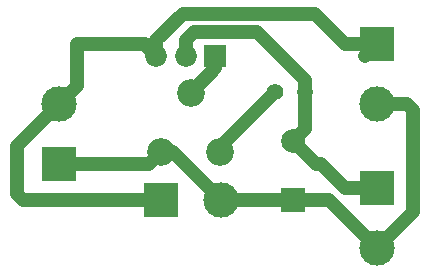
<source format=gbl>
G04 #@! TF.GenerationSoftware,KiCad,Pcbnew,(5.1.2)-2*
G04 #@! TF.CreationDate,2019-09-01T08:22:06-07:00*
G04 #@! TF.ProjectId,regulator_clock,72656775-6c61-4746-9f72-5f636c6f636b,rev?*
G04 #@! TF.SameCoordinates,Original*
G04 #@! TF.FileFunction,Copper,L2,Bot*
G04 #@! TF.FilePolarity,Positive*
%FSLAX46Y46*%
G04 Gerber Fmt 4.6, Leading zero omitted, Abs format (unit mm)*
G04 Created by KiCad (PCBNEW (5.1.2)-2) date 2019-09-01 08:22:06*
%MOMM*%
%LPD*%
G04 APERTURE LIST*
%ADD10C,1.850000*%
%ADD11R,1.850000X1.850000*%
%ADD12R,3.000000X3.000000*%
%ADD13C,3.000000*%
%ADD14C,2.000000*%
%ADD15R,2.000000X2.000000*%
%ADD16O,1.400000X1.400000*%
%ADD17C,1.400000*%
%ADD18C,2.340000*%
%ADD19C,1.200000*%
G04 APERTURE END LIST*
D10*
X97108000Y-75184000D03*
X99608000Y-75184000D03*
D11*
X102108000Y-75184000D03*
D12*
X97536000Y-87376000D03*
D13*
X102616000Y-87376000D03*
D14*
X108712000Y-82376000D03*
D15*
X108712000Y-87376000D03*
D13*
X88900000Y-79248000D03*
D12*
X88900000Y-84328000D03*
D13*
X115824000Y-79248000D03*
D12*
X115824000Y-74168000D03*
X115824000Y-86360000D03*
D13*
X115824000Y-91440000D03*
D16*
X109728000Y-78232000D03*
D17*
X107188000Y-78232000D03*
D18*
X97536000Y-83312000D03*
X100036000Y-78312000D03*
X102536000Y-83312000D03*
D19*
X90399999Y-77748001D02*
X90399999Y-74192001D01*
X88900000Y-79248000D02*
X90399999Y-77748001D01*
X88900000Y-79248000D02*
X85344000Y-82804000D01*
X85344000Y-82804000D02*
X85344000Y-86868000D01*
X85852000Y-87376000D02*
X97536000Y-87376000D01*
X85344000Y-86868000D02*
X85852000Y-87376000D01*
X114808000Y-75184000D02*
X115824000Y-74168000D01*
X96116001Y-74192001D02*
X97108000Y-75184000D01*
X90399999Y-74192001D02*
X96116001Y-74192001D01*
X113124000Y-74168000D02*
X110584000Y-71628000D01*
X115824000Y-74168000D02*
X113124000Y-74168000D01*
X97108000Y-73875853D02*
X97108000Y-75184000D01*
X99355853Y-71628000D02*
X97108000Y-73875853D01*
X110584000Y-71628000D02*
X99355853Y-71628000D01*
X96520000Y-84328000D02*
X97536000Y-83312000D01*
X88900000Y-84328000D02*
X96520000Y-84328000D01*
X98552000Y-83312000D02*
X102616000Y-87376000D01*
X97536000Y-83312000D02*
X98552000Y-83312000D01*
X102616000Y-87376000D02*
X108712000Y-87376000D01*
X111760000Y-87376000D02*
X115824000Y-91440000D01*
X108712000Y-87376000D02*
X111760000Y-87376000D01*
X118872000Y-88392000D02*
X115824000Y-91440000D01*
X118872000Y-79756000D02*
X118872000Y-88392000D01*
X115824000Y-79248000D02*
X118364000Y-79248000D01*
X118364000Y-79248000D02*
X118872000Y-79756000D01*
X110664000Y-84328000D02*
X108712000Y-82376000D01*
X109728000Y-81360000D02*
X108712000Y-82376000D01*
X109728000Y-78232000D02*
X109728000Y-81360000D01*
X109728000Y-77242051D02*
X109728000Y-78232000D01*
X105637949Y-73152000D02*
X109728000Y-77242051D01*
X100331853Y-73152000D02*
X105637949Y-73152000D01*
X99608000Y-75184000D02*
X99608000Y-73875853D01*
X99608000Y-73875853D02*
X100331853Y-73152000D01*
X111092000Y-84328000D02*
X110664000Y-84328000D01*
X113124000Y-86360000D02*
X111092000Y-84328000D01*
X115824000Y-86360000D02*
X113124000Y-86360000D01*
X102536000Y-82884000D02*
X107188000Y-78232000D01*
X102536000Y-83312000D02*
X102536000Y-82884000D01*
X102108000Y-76240000D02*
X100036000Y-78312000D01*
X102108000Y-75184000D02*
X102108000Y-76240000D01*
M02*

</source>
